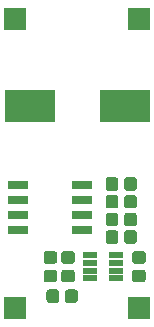
<source format=gts>
G04 #@! TF.GenerationSoftware,KiCad,Pcbnew,5.0.0-fee4fd1~66~ubuntu16.04.1*
G04 #@! TF.CreationDate,2018-09-13T19:17:13+02:00*
G04 #@! TF.ProjectId,mav_ovp,6D61765F6F76702E6B696361645F7063,rev?*
G04 #@! TF.SameCoordinates,Original*
G04 #@! TF.FileFunction,Soldermask,Top*
G04 #@! TF.FilePolarity,Negative*
%FSLAX46Y46*%
G04 Gerber Fmt 4.6, Leading zero omitted, Abs format (unit mm)*
G04 Created by KiCad (PCBNEW 5.0.0-fee4fd1~66~ubuntu16.04.1) date Thu Sep 13 19:17:13 2018*
%MOMM*%
%LPD*%
G01*
G04 APERTURE LIST*
%ADD10R,4.200000X2.700000*%
%ADD11C,0.100000*%
%ADD12C,1.075000*%
%ADD13R,1.900000X1.900000*%
%ADD14R,1.750000X0.800000*%
%ADD15R,1.260000X0.600000*%
G04 APERTURE END LIST*
D10*
G04 #@! TO.C,C1*
X96810001Y-89925001D03*
X104810001Y-89925001D03*
G04 #@! TD*
D11*
G04 #@! TO.C,C2*
G36*
X104007592Y-98926294D02*
X104033681Y-98930164D01*
X104059264Y-98936572D01*
X104084096Y-98945457D01*
X104107938Y-98956734D01*
X104130560Y-98970293D01*
X104151743Y-98986003D01*
X104171285Y-99003715D01*
X104188997Y-99023257D01*
X104204707Y-99044440D01*
X104218266Y-99067062D01*
X104229543Y-99090904D01*
X104238428Y-99115736D01*
X104244836Y-99141319D01*
X104248706Y-99167408D01*
X104250000Y-99193750D01*
X104250000Y-99806250D01*
X104248706Y-99832592D01*
X104244836Y-99858681D01*
X104238428Y-99884264D01*
X104229543Y-99909096D01*
X104218266Y-99932938D01*
X104204707Y-99955560D01*
X104188997Y-99976743D01*
X104171285Y-99996285D01*
X104151743Y-100013997D01*
X104130560Y-100029707D01*
X104107938Y-100043266D01*
X104084096Y-100054543D01*
X104059264Y-100063428D01*
X104033681Y-100069836D01*
X104007592Y-100073706D01*
X103981250Y-100075000D01*
X103443750Y-100075000D01*
X103417408Y-100073706D01*
X103391319Y-100069836D01*
X103365736Y-100063428D01*
X103340904Y-100054543D01*
X103317062Y-100043266D01*
X103294440Y-100029707D01*
X103273257Y-100013997D01*
X103253715Y-99996285D01*
X103236003Y-99976743D01*
X103220293Y-99955560D01*
X103206734Y-99932938D01*
X103195457Y-99909096D01*
X103186572Y-99884264D01*
X103180164Y-99858681D01*
X103176294Y-99832592D01*
X103175000Y-99806250D01*
X103175000Y-99193750D01*
X103176294Y-99167408D01*
X103180164Y-99141319D01*
X103186572Y-99115736D01*
X103195457Y-99090904D01*
X103206734Y-99067062D01*
X103220293Y-99044440D01*
X103236003Y-99023257D01*
X103253715Y-99003715D01*
X103273257Y-98986003D01*
X103294440Y-98970293D01*
X103317062Y-98956734D01*
X103340904Y-98945457D01*
X103365736Y-98936572D01*
X103391319Y-98930164D01*
X103417408Y-98926294D01*
X103443750Y-98925000D01*
X103981250Y-98925000D01*
X104007592Y-98926294D01*
X104007592Y-98926294D01*
G37*
D12*
X103712500Y-99500000D03*
D11*
G36*
X105582592Y-98926294D02*
X105608681Y-98930164D01*
X105634264Y-98936572D01*
X105659096Y-98945457D01*
X105682938Y-98956734D01*
X105705560Y-98970293D01*
X105726743Y-98986003D01*
X105746285Y-99003715D01*
X105763997Y-99023257D01*
X105779707Y-99044440D01*
X105793266Y-99067062D01*
X105804543Y-99090904D01*
X105813428Y-99115736D01*
X105819836Y-99141319D01*
X105823706Y-99167408D01*
X105825000Y-99193750D01*
X105825000Y-99806250D01*
X105823706Y-99832592D01*
X105819836Y-99858681D01*
X105813428Y-99884264D01*
X105804543Y-99909096D01*
X105793266Y-99932938D01*
X105779707Y-99955560D01*
X105763997Y-99976743D01*
X105746285Y-99996285D01*
X105726743Y-100013997D01*
X105705560Y-100029707D01*
X105682938Y-100043266D01*
X105659096Y-100054543D01*
X105634264Y-100063428D01*
X105608681Y-100069836D01*
X105582592Y-100073706D01*
X105556250Y-100075000D01*
X105018750Y-100075000D01*
X104992408Y-100073706D01*
X104966319Y-100069836D01*
X104940736Y-100063428D01*
X104915904Y-100054543D01*
X104892062Y-100043266D01*
X104869440Y-100029707D01*
X104848257Y-100013997D01*
X104828715Y-99996285D01*
X104811003Y-99976743D01*
X104795293Y-99955560D01*
X104781734Y-99932938D01*
X104770457Y-99909096D01*
X104761572Y-99884264D01*
X104755164Y-99858681D01*
X104751294Y-99832592D01*
X104750000Y-99806250D01*
X104750000Y-99193750D01*
X104751294Y-99167408D01*
X104755164Y-99141319D01*
X104761572Y-99115736D01*
X104770457Y-99090904D01*
X104781734Y-99067062D01*
X104795293Y-99044440D01*
X104811003Y-99023257D01*
X104828715Y-99003715D01*
X104848257Y-98986003D01*
X104869440Y-98970293D01*
X104892062Y-98956734D01*
X104915904Y-98945457D01*
X104940736Y-98936572D01*
X104966319Y-98930164D01*
X104992408Y-98926294D01*
X105018750Y-98925000D01*
X105556250Y-98925000D01*
X105582592Y-98926294D01*
X105582592Y-98926294D01*
G37*
D12*
X105287500Y-99500000D03*
G04 #@! TD*
D13*
G04 #@! TO.C,J4*
X106000000Y-82500000D03*
G04 #@! TD*
G04 #@! TO.C,J3*
X106000000Y-107000000D03*
G04 #@! TD*
G04 #@! TO.C,J2*
X95500000Y-82500000D03*
G04 #@! TD*
G04 #@! TO.C,J1*
X95500000Y-107000000D03*
G04 #@! TD*
D14*
G04 #@! TO.C,Q1*
X101200000Y-100405000D03*
X101200000Y-99135000D03*
X101200000Y-97865000D03*
X101200000Y-96595000D03*
X95800000Y-96595000D03*
X95800000Y-97865000D03*
X95800000Y-99135000D03*
X95800000Y-100405000D03*
G04 #@! TD*
D15*
G04 #@! TO.C,U1*
X101900000Y-102520000D03*
X101900000Y-103170000D03*
X101900000Y-103830000D03*
X101900000Y-104480000D03*
X104100000Y-104480000D03*
X104100000Y-103830000D03*
X104100000Y-103170000D03*
X104100000Y-102520000D03*
G04 #@! TD*
D11*
G04 #@! TO.C,R7*
G36*
X100332592Y-102176294D02*
X100358681Y-102180164D01*
X100384264Y-102186572D01*
X100409096Y-102195457D01*
X100432938Y-102206734D01*
X100455560Y-102220293D01*
X100476743Y-102236003D01*
X100496285Y-102253715D01*
X100513997Y-102273257D01*
X100529707Y-102294440D01*
X100543266Y-102317062D01*
X100554543Y-102340904D01*
X100563428Y-102365736D01*
X100569836Y-102391319D01*
X100573706Y-102417408D01*
X100575000Y-102443750D01*
X100575000Y-102981250D01*
X100573706Y-103007592D01*
X100569836Y-103033681D01*
X100563428Y-103059264D01*
X100554543Y-103084096D01*
X100543266Y-103107938D01*
X100529707Y-103130560D01*
X100513997Y-103151743D01*
X100496285Y-103171285D01*
X100476743Y-103188997D01*
X100455560Y-103204707D01*
X100432938Y-103218266D01*
X100409096Y-103229543D01*
X100384264Y-103238428D01*
X100358681Y-103244836D01*
X100332592Y-103248706D01*
X100306250Y-103250000D01*
X99693750Y-103250000D01*
X99667408Y-103248706D01*
X99641319Y-103244836D01*
X99615736Y-103238428D01*
X99590904Y-103229543D01*
X99567062Y-103218266D01*
X99544440Y-103204707D01*
X99523257Y-103188997D01*
X99503715Y-103171285D01*
X99486003Y-103151743D01*
X99470293Y-103130560D01*
X99456734Y-103107938D01*
X99445457Y-103084096D01*
X99436572Y-103059264D01*
X99430164Y-103033681D01*
X99426294Y-103007592D01*
X99425000Y-102981250D01*
X99425000Y-102443750D01*
X99426294Y-102417408D01*
X99430164Y-102391319D01*
X99436572Y-102365736D01*
X99445457Y-102340904D01*
X99456734Y-102317062D01*
X99470293Y-102294440D01*
X99486003Y-102273257D01*
X99503715Y-102253715D01*
X99523257Y-102236003D01*
X99544440Y-102220293D01*
X99567062Y-102206734D01*
X99590904Y-102195457D01*
X99615736Y-102186572D01*
X99641319Y-102180164D01*
X99667408Y-102176294D01*
X99693750Y-102175000D01*
X100306250Y-102175000D01*
X100332592Y-102176294D01*
X100332592Y-102176294D01*
G37*
D12*
X100000000Y-102712500D03*
D11*
G36*
X100332592Y-103751294D02*
X100358681Y-103755164D01*
X100384264Y-103761572D01*
X100409096Y-103770457D01*
X100432938Y-103781734D01*
X100455560Y-103795293D01*
X100476743Y-103811003D01*
X100496285Y-103828715D01*
X100513997Y-103848257D01*
X100529707Y-103869440D01*
X100543266Y-103892062D01*
X100554543Y-103915904D01*
X100563428Y-103940736D01*
X100569836Y-103966319D01*
X100573706Y-103992408D01*
X100575000Y-104018750D01*
X100575000Y-104556250D01*
X100573706Y-104582592D01*
X100569836Y-104608681D01*
X100563428Y-104634264D01*
X100554543Y-104659096D01*
X100543266Y-104682938D01*
X100529707Y-104705560D01*
X100513997Y-104726743D01*
X100496285Y-104746285D01*
X100476743Y-104763997D01*
X100455560Y-104779707D01*
X100432938Y-104793266D01*
X100409096Y-104804543D01*
X100384264Y-104813428D01*
X100358681Y-104819836D01*
X100332592Y-104823706D01*
X100306250Y-104825000D01*
X99693750Y-104825000D01*
X99667408Y-104823706D01*
X99641319Y-104819836D01*
X99615736Y-104813428D01*
X99590904Y-104804543D01*
X99567062Y-104793266D01*
X99544440Y-104779707D01*
X99523257Y-104763997D01*
X99503715Y-104746285D01*
X99486003Y-104726743D01*
X99470293Y-104705560D01*
X99456734Y-104682938D01*
X99445457Y-104659096D01*
X99436572Y-104634264D01*
X99430164Y-104608681D01*
X99426294Y-104582592D01*
X99425000Y-104556250D01*
X99425000Y-104018750D01*
X99426294Y-103992408D01*
X99430164Y-103966319D01*
X99436572Y-103940736D01*
X99445457Y-103915904D01*
X99456734Y-103892062D01*
X99470293Y-103869440D01*
X99486003Y-103848257D01*
X99503715Y-103828715D01*
X99523257Y-103811003D01*
X99544440Y-103795293D01*
X99567062Y-103781734D01*
X99590904Y-103770457D01*
X99615736Y-103761572D01*
X99641319Y-103755164D01*
X99667408Y-103751294D01*
X99693750Y-103750000D01*
X100306250Y-103750000D01*
X100332592Y-103751294D01*
X100332592Y-103751294D01*
G37*
D12*
X100000000Y-104287500D03*
G04 #@! TD*
D11*
G04 #@! TO.C,R6*
G36*
X98832592Y-103751294D02*
X98858681Y-103755164D01*
X98884264Y-103761572D01*
X98909096Y-103770457D01*
X98932938Y-103781734D01*
X98955560Y-103795293D01*
X98976743Y-103811003D01*
X98996285Y-103828715D01*
X99013997Y-103848257D01*
X99029707Y-103869440D01*
X99043266Y-103892062D01*
X99054543Y-103915904D01*
X99063428Y-103940736D01*
X99069836Y-103966319D01*
X99073706Y-103992408D01*
X99075000Y-104018750D01*
X99075000Y-104556250D01*
X99073706Y-104582592D01*
X99069836Y-104608681D01*
X99063428Y-104634264D01*
X99054543Y-104659096D01*
X99043266Y-104682938D01*
X99029707Y-104705560D01*
X99013997Y-104726743D01*
X98996285Y-104746285D01*
X98976743Y-104763997D01*
X98955560Y-104779707D01*
X98932938Y-104793266D01*
X98909096Y-104804543D01*
X98884264Y-104813428D01*
X98858681Y-104819836D01*
X98832592Y-104823706D01*
X98806250Y-104825000D01*
X98193750Y-104825000D01*
X98167408Y-104823706D01*
X98141319Y-104819836D01*
X98115736Y-104813428D01*
X98090904Y-104804543D01*
X98067062Y-104793266D01*
X98044440Y-104779707D01*
X98023257Y-104763997D01*
X98003715Y-104746285D01*
X97986003Y-104726743D01*
X97970293Y-104705560D01*
X97956734Y-104682938D01*
X97945457Y-104659096D01*
X97936572Y-104634264D01*
X97930164Y-104608681D01*
X97926294Y-104582592D01*
X97925000Y-104556250D01*
X97925000Y-104018750D01*
X97926294Y-103992408D01*
X97930164Y-103966319D01*
X97936572Y-103940736D01*
X97945457Y-103915904D01*
X97956734Y-103892062D01*
X97970293Y-103869440D01*
X97986003Y-103848257D01*
X98003715Y-103828715D01*
X98023257Y-103811003D01*
X98044440Y-103795293D01*
X98067062Y-103781734D01*
X98090904Y-103770457D01*
X98115736Y-103761572D01*
X98141319Y-103755164D01*
X98167408Y-103751294D01*
X98193750Y-103750000D01*
X98806250Y-103750000D01*
X98832592Y-103751294D01*
X98832592Y-103751294D01*
G37*
D12*
X98500000Y-104287500D03*
D11*
G36*
X98832592Y-102176294D02*
X98858681Y-102180164D01*
X98884264Y-102186572D01*
X98909096Y-102195457D01*
X98932938Y-102206734D01*
X98955560Y-102220293D01*
X98976743Y-102236003D01*
X98996285Y-102253715D01*
X99013997Y-102273257D01*
X99029707Y-102294440D01*
X99043266Y-102317062D01*
X99054543Y-102340904D01*
X99063428Y-102365736D01*
X99069836Y-102391319D01*
X99073706Y-102417408D01*
X99075000Y-102443750D01*
X99075000Y-102981250D01*
X99073706Y-103007592D01*
X99069836Y-103033681D01*
X99063428Y-103059264D01*
X99054543Y-103084096D01*
X99043266Y-103107938D01*
X99029707Y-103130560D01*
X99013997Y-103151743D01*
X98996285Y-103171285D01*
X98976743Y-103188997D01*
X98955560Y-103204707D01*
X98932938Y-103218266D01*
X98909096Y-103229543D01*
X98884264Y-103238428D01*
X98858681Y-103244836D01*
X98832592Y-103248706D01*
X98806250Y-103250000D01*
X98193750Y-103250000D01*
X98167408Y-103248706D01*
X98141319Y-103244836D01*
X98115736Y-103238428D01*
X98090904Y-103229543D01*
X98067062Y-103218266D01*
X98044440Y-103204707D01*
X98023257Y-103188997D01*
X98003715Y-103171285D01*
X97986003Y-103151743D01*
X97970293Y-103130560D01*
X97956734Y-103107938D01*
X97945457Y-103084096D01*
X97936572Y-103059264D01*
X97930164Y-103033681D01*
X97926294Y-103007592D01*
X97925000Y-102981250D01*
X97925000Y-102443750D01*
X97926294Y-102417408D01*
X97930164Y-102391319D01*
X97936572Y-102365736D01*
X97945457Y-102340904D01*
X97956734Y-102317062D01*
X97970293Y-102294440D01*
X97986003Y-102273257D01*
X98003715Y-102253715D01*
X98023257Y-102236003D01*
X98044440Y-102220293D01*
X98067062Y-102206734D01*
X98090904Y-102195457D01*
X98115736Y-102186572D01*
X98141319Y-102180164D01*
X98167408Y-102176294D01*
X98193750Y-102175000D01*
X98806250Y-102175000D01*
X98832592Y-102176294D01*
X98832592Y-102176294D01*
G37*
D12*
X98500000Y-102712500D03*
G04 #@! TD*
D11*
G04 #@! TO.C,R5*
G36*
X100582592Y-105426294D02*
X100608681Y-105430164D01*
X100634264Y-105436572D01*
X100659096Y-105445457D01*
X100682938Y-105456734D01*
X100705560Y-105470293D01*
X100726743Y-105486003D01*
X100746285Y-105503715D01*
X100763997Y-105523257D01*
X100779707Y-105544440D01*
X100793266Y-105567062D01*
X100804543Y-105590904D01*
X100813428Y-105615736D01*
X100819836Y-105641319D01*
X100823706Y-105667408D01*
X100825000Y-105693750D01*
X100825000Y-106306250D01*
X100823706Y-106332592D01*
X100819836Y-106358681D01*
X100813428Y-106384264D01*
X100804543Y-106409096D01*
X100793266Y-106432938D01*
X100779707Y-106455560D01*
X100763997Y-106476743D01*
X100746285Y-106496285D01*
X100726743Y-106513997D01*
X100705560Y-106529707D01*
X100682938Y-106543266D01*
X100659096Y-106554543D01*
X100634264Y-106563428D01*
X100608681Y-106569836D01*
X100582592Y-106573706D01*
X100556250Y-106575000D01*
X100018750Y-106575000D01*
X99992408Y-106573706D01*
X99966319Y-106569836D01*
X99940736Y-106563428D01*
X99915904Y-106554543D01*
X99892062Y-106543266D01*
X99869440Y-106529707D01*
X99848257Y-106513997D01*
X99828715Y-106496285D01*
X99811003Y-106476743D01*
X99795293Y-106455560D01*
X99781734Y-106432938D01*
X99770457Y-106409096D01*
X99761572Y-106384264D01*
X99755164Y-106358681D01*
X99751294Y-106332592D01*
X99750000Y-106306250D01*
X99750000Y-105693750D01*
X99751294Y-105667408D01*
X99755164Y-105641319D01*
X99761572Y-105615736D01*
X99770457Y-105590904D01*
X99781734Y-105567062D01*
X99795293Y-105544440D01*
X99811003Y-105523257D01*
X99828715Y-105503715D01*
X99848257Y-105486003D01*
X99869440Y-105470293D01*
X99892062Y-105456734D01*
X99915904Y-105445457D01*
X99940736Y-105436572D01*
X99966319Y-105430164D01*
X99992408Y-105426294D01*
X100018750Y-105425000D01*
X100556250Y-105425000D01*
X100582592Y-105426294D01*
X100582592Y-105426294D01*
G37*
D12*
X100287500Y-106000000D03*
D11*
G36*
X99007592Y-105426294D02*
X99033681Y-105430164D01*
X99059264Y-105436572D01*
X99084096Y-105445457D01*
X99107938Y-105456734D01*
X99130560Y-105470293D01*
X99151743Y-105486003D01*
X99171285Y-105503715D01*
X99188997Y-105523257D01*
X99204707Y-105544440D01*
X99218266Y-105567062D01*
X99229543Y-105590904D01*
X99238428Y-105615736D01*
X99244836Y-105641319D01*
X99248706Y-105667408D01*
X99250000Y-105693750D01*
X99250000Y-106306250D01*
X99248706Y-106332592D01*
X99244836Y-106358681D01*
X99238428Y-106384264D01*
X99229543Y-106409096D01*
X99218266Y-106432938D01*
X99204707Y-106455560D01*
X99188997Y-106476743D01*
X99171285Y-106496285D01*
X99151743Y-106513997D01*
X99130560Y-106529707D01*
X99107938Y-106543266D01*
X99084096Y-106554543D01*
X99059264Y-106563428D01*
X99033681Y-106569836D01*
X99007592Y-106573706D01*
X98981250Y-106575000D01*
X98443750Y-106575000D01*
X98417408Y-106573706D01*
X98391319Y-106569836D01*
X98365736Y-106563428D01*
X98340904Y-106554543D01*
X98317062Y-106543266D01*
X98294440Y-106529707D01*
X98273257Y-106513997D01*
X98253715Y-106496285D01*
X98236003Y-106476743D01*
X98220293Y-106455560D01*
X98206734Y-106432938D01*
X98195457Y-106409096D01*
X98186572Y-106384264D01*
X98180164Y-106358681D01*
X98176294Y-106332592D01*
X98175000Y-106306250D01*
X98175000Y-105693750D01*
X98176294Y-105667408D01*
X98180164Y-105641319D01*
X98186572Y-105615736D01*
X98195457Y-105590904D01*
X98206734Y-105567062D01*
X98220293Y-105544440D01*
X98236003Y-105523257D01*
X98253715Y-105503715D01*
X98273257Y-105486003D01*
X98294440Y-105470293D01*
X98317062Y-105456734D01*
X98340904Y-105445457D01*
X98365736Y-105436572D01*
X98391319Y-105430164D01*
X98417408Y-105426294D01*
X98443750Y-105425000D01*
X98981250Y-105425000D01*
X99007592Y-105426294D01*
X99007592Y-105426294D01*
G37*
D12*
X98712500Y-106000000D03*
G04 #@! TD*
D11*
G04 #@! TO.C,R4*
G36*
X106332592Y-103751294D02*
X106358681Y-103755164D01*
X106384264Y-103761572D01*
X106409096Y-103770457D01*
X106432938Y-103781734D01*
X106455560Y-103795293D01*
X106476743Y-103811003D01*
X106496285Y-103828715D01*
X106513997Y-103848257D01*
X106529707Y-103869440D01*
X106543266Y-103892062D01*
X106554543Y-103915904D01*
X106563428Y-103940736D01*
X106569836Y-103966319D01*
X106573706Y-103992408D01*
X106575000Y-104018750D01*
X106575000Y-104556250D01*
X106573706Y-104582592D01*
X106569836Y-104608681D01*
X106563428Y-104634264D01*
X106554543Y-104659096D01*
X106543266Y-104682938D01*
X106529707Y-104705560D01*
X106513997Y-104726743D01*
X106496285Y-104746285D01*
X106476743Y-104763997D01*
X106455560Y-104779707D01*
X106432938Y-104793266D01*
X106409096Y-104804543D01*
X106384264Y-104813428D01*
X106358681Y-104819836D01*
X106332592Y-104823706D01*
X106306250Y-104825000D01*
X105693750Y-104825000D01*
X105667408Y-104823706D01*
X105641319Y-104819836D01*
X105615736Y-104813428D01*
X105590904Y-104804543D01*
X105567062Y-104793266D01*
X105544440Y-104779707D01*
X105523257Y-104763997D01*
X105503715Y-104746285D01*
X105486003Y-104726743D01*
X105470293Y-104705560D01*
X105456734Y-104682938D01*
X105445457Y-104659096D01*
X105436572Y-104634264D01*
X105430164Y-104608681D01*
X105426294Y-104582592D01*
X105425000Y-104556250D01*
X105425000Y-104018750D01*
X105426294Y-103992408D01*
X105430164Y-103966319D01*
X105436572Y-103940736D01*
X105445457Y-103915904D01*
X105456734Y-103892062D01*
X105470293Y-103869440D01*
X105486003Y-103848257D01*
X105503715Y-103828715D01*
X105523257Y-103811003D01*
X105544440Y-103795293D01*
X105567062Y-103781734D01*
X105590904Y-103770457D01*
X105615736Y-103761572D01*
X105641319Y-103755164D01*
X105667408Y-103751294D01*
X105693750Y-103750000D01*
X106306250Y-103750000D01*
X106332592Y-103751294D01*
X106332592Y-103751294D01*
G37*
D12*
X106000000Y-104287500D03*
D11*
G36*
X106332592Y-102176294D02*
X106358681Y-102180164D01*
X106384264Y-102186572D01*
X106409096Y-102195457D01*
X106432938Y-102206734D01*
X106455560Y-102220293D01*
X106476743Y-102236003D01*
X106496285Y-102253715D01*
X106513997Y-102273257D01*
X106529707Y-102294440D01*
X106543266Y-102317062D01*
X106554543Y-102340904D01*
X106563428Y-102365736D01*
X106569836Y-102391319D01*
X106573706Y-102417408D01*
X106575000Y-102443750D01*
X106575000Y-102981250D01*
X106573706Y-103007592D01*
X106569836Y-103033681D01*
X106563428Y-103059264D01*
X106554543Y-103084096D01*
X106543266Y-103107938D01*
X106529707Y-103130560D01*
X106513997Y-103151743D01*
X106496285Y-103171285D01*
X106476743Y-103188997D01*
X106455560Y-103204707D01*
X106432938Y-103218266D01*
X106409096Y-103229543D01*
X106384264Y-103238428D01*
X106358681Y-103244836D01*
X106332592Y-103248706D01*
X106306250Y-103250000D01*
X105693750Y-103250000D01*
X105667408Y-103248706D01*
X105641319Y-103244836D01*
X105615736Y-103238428D01*
X105590904Y-103229543D01*
X105567062Y-103218266D01*
X105544440Y-103204707D01*
X105523257Y-103188997D01*
X105503715Y-103171285D01*
X105486003Y-103151743D01*
X105470293Y-103130560D01*
X105456734Y-103107938D01*
X105445457Y-103084096D01*
X105436572Y-103059264D01*
X105430164Y-103033681D01*
X105426294Y-103007592D01*
X105425000Y-102981250D01*
X105425000Y-102443750D01*
X105426294Y-102417408D01*
X105430164Y-102391319D01*
X105436572Y-102365736D01*
X105445457Y-102340904D01*
X105456734Y-102317062D01*
X105470293Y-102294440D01*
X105486003Y-102273257D01*
X105503715Y-102253715D01*
X105523257Y-102236003D01*
X105544440Y-102220293D01*
X105567062Y-102206734D01*
X105590904Y-102195457D01*
X105615736Y-102186572D01*
X105641319Y-102180164D01*
X105667408Y-102176294D01*
X105693750Y-102175000D01*
X106306250Y-102175000D01*
X106332592Y-102176294D01*
X106332592Y-102176294D01*
G37*
D12*
X106000000Y-102712500D03*
G04 #@! TD*
D11*
G04 #@! TO.C,R3*
G36*
X105582592Y-97426294D02*
X105608681Y-97430164D01*
X105634264Y-97436572D01*
X105659096Y-97445457D01*
X105682938Y-97456734D01*
X105705560Y-97470293D01*
X105726743Y-97486003D01*
X105746285Y-97503715D01*
X105763997Y-97523257D01*
X105779707Y-97544440D01*
X105793266Y-97567062D01*
X105804543Y-97590904D01*
X105813428Y-97615736D01*
X105819836Y-97641319D01*
X105823706Y-97667408D01*
X105825000Y-97693750D01*
X105825000Y-98306250D01*
X105823706Y-98332592D01*
X105819836Y-98358681D01*
X105813428Y-98384264D01*
X105804543Y-98409096D01*
X105793266Y-98432938D01*
X105779707Y-98455560D01*
X105763997Y-98476743D01*
X105746285Y-98496285D01*
X105726743Y-98513997D01*
X105705560Y-98529707D01*
X105682938Y-98543266D01*
X105659096Y-98554543D01*
X105634264Y-98563428D01*
X105608681Y-98569836D01*
X105582592Y-98573706D01*
X105556250Y-98575000D01*
X105018750Y-98575000D01*
X104992408Y-98573706D01*
X104966319Y-98569836D01*
X104940736Y-98563428D01*
X104915904Y-98554543D01*
X104892062Y-98543266D01*
X104869440Y-98529707D01*
X104848257Y-98513997D01*
X104828715Y-98496285D01*
X104811003Y-98476743D01*
X104795293Y-98455560D01*
X104781734Y-98432938D01*
X104770457Y-98409096D01*
X104761572Y-98384264D01*
X104755164Y-98358681D01*
X104751294Y-98332592D01*
X104750000Y-98306250D01*
X104750000Y-97693750D01*
X104751294Y-97667408D01*
X104755164Y-97641319D01*
X104761572Y-97615736D01*
X104770457Y-97590904D01*
X104781734Y-97567062D01*
X104795293Y-97544440D01*
X104811003Y-97523257D01*
X104828715Y-97503715D01*
X104848257Y-97486003D01*
X104869440Y-97470293D01*
X104892062Y-97456734D01*
X104915904Y-97445457D01*
X104940736Y-97436572D01*
X104966319Y-97430164D01*
X104992408Y-97426294D01*
X105018750Y-97425000D01*
X105556250Y-97425000D01*
X105582592Y-97426294D01*
X105582592Y-97426294D01*
G37*
D12*
X105287500Y-98000000D03*
D11*
G36*
X104007592Y-97426294D02*
X104033681Y-97430164D01*
X104059264Y-97436572D01*
X104084096Y-97445457D01*
X104107938Y-97456734D01*
X104130560Y-97470293D01*
X104151743Y-97486003D01*
X104171285Y-97503715D01*
X104188997Y-97523257D01*
X104204707Y-97544440D01*
X104218266Y-97567062D01*
X104229543Y-97590904D01*
X104238428Y-97615736D01*
X104244836Y-97641319D01*
X104248706Y-97667408D01*
X104250000Y-97693750D01*
X104250000Y-98306250D01*
X104248706Y-98332592D01*
X104244836Y-98358681D01*
X104238428Y-98384264D01*
X104229543Y-98409096D01*
X104218266Y-98432938D01*
X104204707Y-98455560D01*
X104188997Y-98476743D01*
X104171285Y-98496285D01*
X104151743Y-98513997D01*
X104130560Y-98529707D01*
X104107938Y-98543266D01*
X104084096Y-98554543D01*
X104059264Y-98563428D01*
X104033681Y-98569836D01*
X104007592Y-98573706D01*
X103981250Y-98575000D01*
X103443750Y-98575000D01*
X103417408Y-98573706D01*
X103391319Y-98569836D01*
X103365736Y-98563428D01*
X103340904Y-98554543D01*
X103317062Y-98543266D01*
X103294440Y-98529707D01*
X103273257Y-98513997D01*
X103253715Y-98496285D01*
X103236003Y-98476743D01*
X103220293Y-98455560D01*
X103206734Y-98432938D01*
X103195457Y-98409096D01*
X103186572Y-98384264D01*
X103180164Y-98358681D01*
X103176294Y-98332592D01*
X103175000Y-98306250D01*
X103175000Y-97693750D01*
X103176294Y-97667408D01*
X103180164Y-97641319D01*
X103186572Y-97615736D01*
X103195457Y-97590904D01*
X103206734Y-97567062D01*
X103220293Y-97544440D01*
X103236003Y-97523257D01*
X103253715Y-97503715D01*
X103273257Y-97486003D01*
X103294440Y-97470293D01*
X103317062Y-97456734D01*
X103340904Y-97445457D01*
X103365736Y-97436572D01*
X103391319Y-97430164D01*
X103417408Y-97426294D01*
X103443750Y-97425000D01*
X103981250Y-97425000D01*
X104007592Y-97426294D01*
X104007592Y-97426294D01*
G37*
D12*
X103712500Y-98000000D03*
G04 #@! TD*
D11*
G04 #@! TO.C,R2*
G36*
X104007592Y-95926294D02*
X104033681Y-95930164D01*
X104059264Y-95936572D01*
X104084096Y-95945457D01*
X104107938Y-95956734D01*
X104130560Y-95970293D01*
X104151743Y-95986003D01*
X104171285Y-96003715D01*
X104188997Y-96023257D01*
X104204707Y-96044440D01*
X104218266Y-96067062D01*
X104229543Y-96090904D01*
X104238428Y-96115736D01*
X104244836Y-96141319D01*
X104248706Y-96167408D01*
X104250000Y-96193750D01*
X104250000Y-96806250D01*
X104248706Y-96832592D01*
X104244836Y-96858681D01*
X104238428Y-96884264D01*
X104229543Y-96909096D01*
X104218266Y-96932938D01*
X104204707Y-96955560D01*
X104188997Y-96976743D01*
X104171285Y-96996285D01*
X104151743Y-97013997D01*
X104130560Y-97029707D01*
X104107938Y-97043266D01*
X104084096Y-97054543D01*
X104059264Y-97063428D01*
X104033681Y-97069836D01*
X104007592Y-97073706D01*
X103981250Y-97075000D01*
X103443750Y-97075000D01*
X103417408Y-97073706D01*
X103391319Y-97069836D01*
X103365736Y-97063428D01*
X103340904Y-97054543D01*
X103317062Y-97043266D01*
X103294440Y-97029707D01*
X103273257Y-97013997D01*
X103253715Y-96996285D01*
X103236003Y-96976743D01*
X103220293Y-96955560D01*
X103206734Y-96932938D01*
X103195457Y-96909096D01*
X103186572Y-96884264D01*
X103180164Y-96858681D01*
X103176294Y-96832592D01*
X103175000Y-96806250D01*
X103175000Y-96193750D01*
X103176294Y-96167408D01*
X103180164Y-96141319D01*
X103186572Y-96115736D01*
X103195457Y-96090904D01*
X103206734Y-96067062D01*
X103220293Y-96044440D01*
X103236003Y-96023257D01*
X103253715Y-96003715D01*
X103273257Y-95986003D01*
X103294440Y-95970293D01*
X103317062Y-95956734D01*
X103340904Y-95945457D01*
X103365736Y-95936572D01*
X103391319Y-95930164D01*
X103417408Y-95926294D01*
X103443750Y-95925000D01*
X103981250Y-95925000D01*
X104007592Y-95926294D01*
X104007592Y-95926294D01*
G37*
D12*
X103712500Y-96500000D03*
D11*
G36*
X105582592Y-95926294D02*
X105608681Y-95930164D01*
X105634264Y-95936572D01*
X105659096Y-95945457D01*
X105682938Y-95956734D01*
X105705560Y-95970293D01*
X105726743Y-95986003D01*
X105746285Y-96003715D01*
X105763997Y-96023257D01*
X105779707Y-96044440D01*
X105793266Y-96067062D01*
X105804543Y-96090904D01*
X105813428Y-96115736D01*
X105819836Y-96141319D01*
X105823706Y-96167408D01*
X105825000Y-96193750D01*
X105825000Y-96806250D01*
X105823706Y-96832592D01*
X105819836Y-96858681D01*
X105813428Y-96884264D01*
X105804543Y-96909096D01*
X105793266Y-96932938D01*
X105779707Y-96955560D01*
X105763997Y-96976743D01*
X105746285Y-96996285D01*
X105726743Y-97013997D01*
X105705560Y-97029707D01*
X105682938Y-97043266D01*
X105659096Y-97054543D01*
X105634264Y-97063428D01*
X105608681Y-97069836D01*
X105582592Y-97073706D01*
X105556250Y-97075000D01*
X105018750Y-97075000D01*
X104992408Y-97073706D01*
X104966319Y-97069836D01*
X104940736Y-97063428D01*
X104915904Y-97054543D01*
X104892062Y-97043266D01*
X104869440Y-97029707D01*
X104848257Y-97013997D01*
X104828715Y-96996285D01*
X104811003Y-96976743D01*
X104795293Y-96955560D01*
X104781734Y-96932938D01*
X104770457Y-96909096D01*
X104761572Y-96884264D01*
X104755164Y-96858681D01*
X104751294Y-96832592D01*
X104750000Y-96806250D01*
X104750000Y-96193750D01*
X104751294Y-96167408D01*
X104755164Y-96141319D01*
X104761572Y-96115736D01*
X104770457Y-96090904D01*
X104781734Y-96067062D01*
X104795293Y-96044440D01*
X104811003Y-96023257D01*
X104828715Y-96003715D01*
X104848257Y-95986003D01*
X104869440Y-95970293D01*
X104892062Y-95956734D01*
X104915904Y-95945457D01*
X104940736Y-95936572D01*
X104966319Y-95930164D01*
X104992408Y-95926294D01*
X105018750Y-95925000D01*
X105556250Y-95925000D01*
X105582592Y-95926294D01*
X105582592Y-95926294D01*
G37*
D12*
X105287500Y-96500000D03*
G04 #@! TD*
D11*
G04 #@! TO.C,R1*
G36*
X104007592Y-100426294D02*
X104033681Y-100430164D01*
X104059264Y-100436572D01*
X104084096Y-100445457D01*
X104107938Y-100456734D01*
X104130560Y-100470293D01*
X104151743Y-100486003D01*
X104171285Y-100503715D01*
X104188997Y-100523257D01*
X104204707Y-100544440D01*
X104218266Y-100567062D01*
X104229543Y-100590904D01*
X104238428Y-100615736D01*
X104244836Y-100641319D01*
X104248706Y-100667408D01*
X104250000Y-100693750D01*
X104250000Y-101306250D01*
X104248706Y-101332592D01*
X104244836Y-101358681D01*
X104238428Y-101384264D01*
X104229543Y-101409096D01*
X104218266Y-101432938D01*
X104204707Y-101455560D01*
X104188997Y-101476743D01*
X104171285Y-101496285D01*
X104151743Y-101513997D01*
X104130560Y-101529707D01*
X104107938Y-101543266D01*
X104084096Y-101554543D01*
X104059264Y-101563428D01*
X104033681Y-101569836D01*
X104007592Y-101573706D01*
X103981250Y-101575000D01*
X103443750Y-101575000D01*
X103417408Y-101573706D01*
X103391319Y-101569836D01*
X103365736Y-101563428D01*
X103340904Y-101554543D01*
X103317062Y-101543266D01*
X103294440Y-101529707D01*
X103273257Y-101513997D01*
X103253715Y-101496285D01*
X103236003Y-101476743D01*
X103220293Y-101455560D01*
X103206734Y-101432938D01*
X103195457Y-101409096D01*
X103186572Y-101384264D01*
X103180164Y-101358681D01*
X103176294Y-101332592D01*
X103175000Y-101306250D01*
X103175000Y-100693750D01*
X103176294Y-100667408D01*
X103180164Y-100641319D01*
X103186572Y-100615736D01*
X103195457Y-100590904D01*
X103206734Y-100567062D01*
X103220293Y-100544440D01*
X103236003Y-100523257D01*
X103253715Y-100503715D01*
X103273257Y-100486003D01*
X103294440Y-100470293D01*
X103317062Y-100456734D01*
X103340904Y-100445457D01*
X103365736Y-100436572D01*
X103391319Y-100430164D01*
X103417408Y-100426294D01*
X103443750Y-100425000D01*
X103981250Y-100425000D01*
X104007592Y-100426294D01*
X104007592Y-100426294D01*
G37*
D12*
X103712500Y-101000000D03*
D11*
G36*
X105582592Y-100426294D02*
X105608681Y-100430164D01*
X105634264Y-100436572D01*
X105659096Y-100445457D01*
X105682938Y-100456734D01*
X105705560Y-100470293D01*
X105726743Y-100486003D01*
X105746285Y-100503715D01*
X105763997Y-100523257D01*
X105779707Y-100544440D01*
X105793266Y-100567062D01*
X105804543Y-100590904D01*
X105813428Y-100615736D01*
X105819836Y-100641319D01*
X105823706Y-100667408D01*
X105825000Y-100693750D01*
X105825000Y-101306250D01*
X105823706Y-101332592D01*
X105819836Y-101358681D01*
X105813428Y-101384264D01*
X105804543Y-101409096D01*
X105793266Y-101432938D01*
X105779707Y-101455560D01*
X105763997Y-101476743D01*
X105746285Y-101496285D01*
X105726743Y-101513997D01*
X105705560Y-101529707D01*
X105682938Y-101543266D01*
X105659096Y-101554543D01*
X105634264Y-101563428D01*
X105608681Y-101569836D01*
X105582592Y-101573706D01*
X105556250Y-101575000D01*
X105018750Y-101575000D01*
X104992408Y-101573706D01*
X104966319Y-101569836D01*
X104940736Y-101563428D01*
X104915904Y-101554543D01*
X104892062Y-101543266D01*
X104869440Y-101529707D01*
X104848257Y-101513997D01*
X104828715Y-101496285D01*
X104811003Y-101476743D01*
X104795293Y-101455560D01*
X104781734Y-101432938D01*
X104770457Y-101409096D01*
X104761572Y-101384264D01*
X104755164Y-101358681D01*
X104751294Y-101332592D01*
X104750000Y-101306250D01*
X104750000Y-100693750D01*
X104751294Y-100667408D01*
X104755164Y-100641319D01*
X104761572Y-100615736D01*
X104770457Y-100590904D01*
X104781734Y-100567062D01*
X104795293Y-100544440D01*
X104811003Y-100523257D01*
X104828715Y-100503715D01*
X104848257Y-100486003D01*
X104869440Y-100470293D01*
X104892062Y-100456734D01*
X104915904Y-100445457D01*
X104940736Y-100436572D01*
X104966319Y-100430164D01*
X104992408Y-100426294D01*
X105018750Y-100425000D01*
X105556250Y-100425000D01*
X105582592Y-100426294D01*
X105582592Y-100426294D01*
G37*
D12*
X105287500Y-101000000D03*
G04 #@! TD*
M02*

</source>
